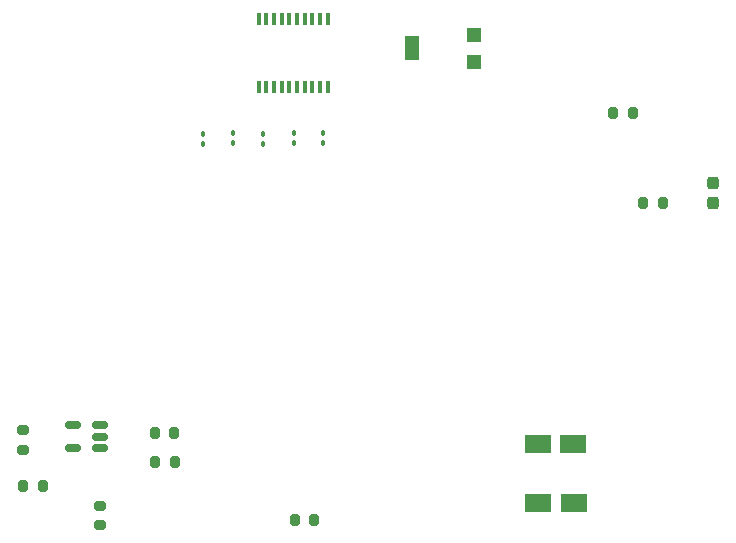
<source format=gbr>
%TF.GenerationSoftware,KiCad,Pcbnew,7.0.9-7.0.9~ubuntu22.04.1*%
%TF.CreationDate,2023-12-03T21:32:25-03:00*%
%TF.ProjectId,smart_watering_system,736d6172-745f-4776-9174-6572696e675f,rev?*%
%TF.SameCoordinates,Original*%
%TF.FileFunction,Paste,Top*%
%TF.FilePolarity,Positive*%
%FSLAX46Y46*%
G04 Gerber Fmt 4.6, Leading zero omitted, Abs format (unit mm)*
G04 Created by KiCad (PCBNEW 7.0.9-7.0.9~ubuntu22.04.1) date 2023-12-03 21:32:25*
%MOMM*%
%LPD*%
G01*
G04 APERTURE LIST*
G04 Aperture macros list*
%AMRoundRect*
0 Rectangle with rounded corners*
0 $1 Rounding radius*
0 $2 $3 $4 $5 $6 $7 $8 $9 X,Y pos of 4 corners*
0 Add a 4 corners polygon primitive as box body*
4,1,4,$2,$3,$4,$5,$6,$7,$8,$9,$2,$3,0*
0 Add four circle primitives for the rounded corners*
1,1,$1+$1,$2,$3*
1,1,$1+$1,$4,$5*
1,1,$1+$1,$6,$7*
1,1,$1+$1,$8,$9*
0 Add four rect primitives between the rounded corners*
20,1,$1+$1,$2,$3,$4,$5,0*
20,1,$1+$1,$4,$5,$6,$7,0*
20,1,$1+$1,$6,$7,$8,$9,0*
20,1,$1+$1,$8,$9,$2,$3,0*%
G04 Aperture macros list end*
%ADD10RoundRect,0.090000X0.090000X-0.139000X0.090000X0.139000X-0.090000X0.139000X-0.090000X-0.139000X0*%
%ADD11RoundRect,0.200000X-0.200000X-0.275000X0.200000X-0.275000X0.200000X0.275000X-0.200000X0.275000X0*%
%ADD12R,1.300000X1.300000*%
%ADD13R,1.300000X2.000000*%
%ADD14RoundRect,0.237500X-0.237500X0.287500X-0.237500X-0.287500X0.237500X-0.287500X0.237500X0.287500X0*%
%ADD15RoundRect,0.090000X-0.090000X0.139000X-0.090000X-0.139000X0.090000X-0.139000X0.090000X0.139000X0*%
%ADD16R,0.400000X1.000000*%
%ADD17RoundRect,0.150000X0.512500X0.150000X-0.512500X0.150000X-0.512500X-0.150000X0.512500X-0.150000X0*%
%ADD18RoundRect,0.200000X-0.275000X0.200000X-0.275000X-0.200000X0.275000X-0.200000X0.275000X0.200000X0*%
%ADD19RoundRect,0.200000X0.200000X0.275000X-0.200000X0.275000X-0.200000X-0.275000X0.200000X-0.275000X0*%
%ADD20R,2.200000X1.600000*%
G04 APERTURE END LIST*
D10*
%TO.C,R11*%
X89160000Y-122033343D03*
X89160000Y-121168343D03*
%TD*%
D11*
%TO.C,R5*%
X98549914Y-153830424D03*
X96899914Y-153830424D03*
%TD*%
D12*
%TO.C,RV1*%
X112080000Y-112760000D03*
D13*
X106880000Y-113910000D03*
D12*
X112080000Y-115060000D03*
%TD*%
D14*
%TO.C,D1*%
X132362556Y-125288510D03*
X132362556Y-127038510D03*
%TD*%
D10*
%TO.C,R12*%
X94240000Y-122005910D03*
X94240000Y-121140910D03*
%TD*%
D15*
%TO.C,R10*%
X91700000Y-121080000D03*
X91700000Y-121945000D03*
%TD*%
D10*
%TO.C,R9*%
X99320000Y-121945000D03*
X99320000Y-121080000D03*
%TD*%
%TO.C,R8*%
X96810000Y-121945000D03*
X96810000Y-121080000D03*
%TD*%
D16*
%TO.C,U6*%
X93855000Y-117200000D03*
X94505000Y-117200000D03*
X95155000Y-117200000D03*
X95805000Y-117200000D03*
X96455000Y-117200000D03*
X97105000Y-117200000D03*
X97755000Y-117200000D03*
X98405000Y-117200000D03*
X99055000Y-117200000D03*
X99705000Y-117200000D03*
X99705000Y-111400000D03*
X99055000Y-111400000D03*
X98405000Y-111400000D03*
X97755000Y-111400000D03*
X97105000Y-111400000D03*
X96455000Y-111400000D03*
X95805000Y-111400000D03*
X95155000Y-111400000D03*
X94505000Y-111400000D03*
X93855000Y-111400000D03*
%TD*%
D17*
%TO.C,U5*%
X78164225Y-147754611D03*
X78164225Y-145854611D03*
X80439225Y-145854611D03*
X80439225Y-146804611D03*
X80439225Y-147754611D03*
%TD*%
D11*
%TO.C,R13*%
X123895000Y-119380000D03*
X125545000Y-119380000D03*
%TD*%
%TO.C,R7*%
X126423019Y-127037290D03*
X128073019Y-127037290D03*
%TD*%
D18*
%TO.C,R6*%
X73920000Y-147915439D03*
X73920000Y-146265439D03*
%TD*%
D11*
%TO.C,R4*%
X75573625Y-150964051D03*
X73923625Y-150964051D03*
%TD*%
D18*
%TO.C,R3*%
X80451476Y-152658570D03*
X80451476Y-154308570D03*
%TD*%
D11*
%TO.C,R2*%
X85098449Y-148965287D03*
X86748449Y-148965287D03*
%TD*%
D19*
%TO.C,R1*%
X86694051Y-146495000D03*
X85044051Y-146495000D03*
%TD*%
D20*
%TO.C,C2*%
X117539128Y-152447222D03*
X120539128Y-152447222D03*
%TD*%
%TO.C,C1*%
X117506861Y-147422335D03*
X120506861Y-147422335D03*
%TD*%
M02*

</source>
